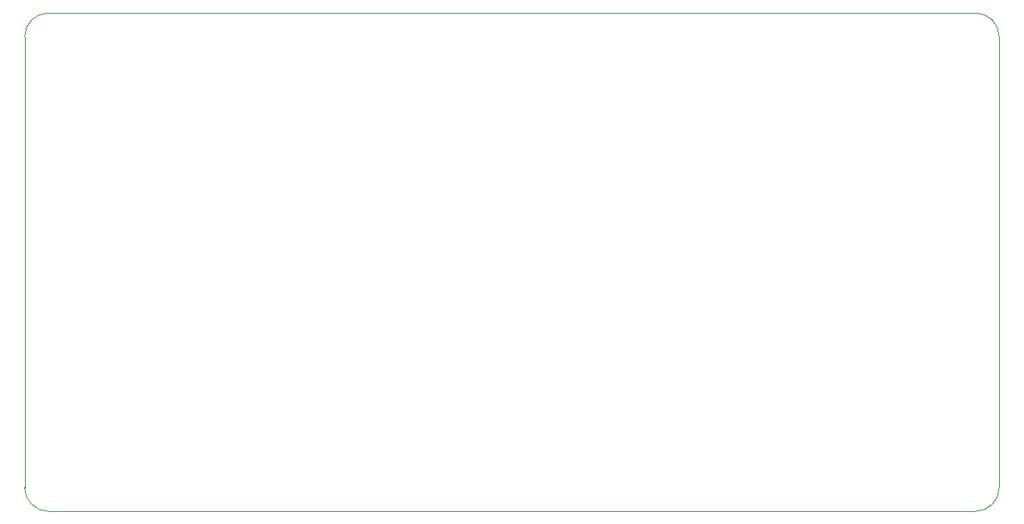
<source format=gbr>
%TF.GenerationSoftware,KiCad,Pcbnew,(6.0.2)*%
%TF.CreationDate,2022-09-20T17:08:32+02:00*%
%TF.ProjectId,led-board,6c65642d-626f-4617-9264-2e6b69636164,rev?*%
%TF.SameCoordinates,Original*%
%TF.FileFunction,Profile,NP*%
%FSLAX46Y46*%
G04 Gerber Fmt 4.6, Leading zero omitted, Abs format (unit mm)*
G04 Created by KiCad (PCBNEW (6.0.2)) date 2022-09-20 17:08:32*
%MOMM*%
%LPD*%
G01*
G04 APERTURE LIST*
%TA.AperFunction,Profile*%
%ADD10C,0.050000*%
%TD*%
G04 APERTURE END LIST*
D10*
X22500000Y-72500000D02*
X22500000Y-25000000D01*
X122500000Y-75000000D02*
G75*
G03*
X125000000Y-72500000I0J2500000D01*
G01*
X122500000Y-75000000D02*
X25000000Y-75000000D01*
X125000000Y-25000000D02*
X125000000Y-72500000D01*
X25000000Y-22500000D02*
X122500000Y-22500000D01*
X25000000Y-22500000D02*
G75*
G03*
X22500000Y-25000000I0J-2500000D01*
G01*
X22500000Y-72500000D02*
G75*
G03*
X25000000Y-75000000I2500000J0D01*
G01*
X125000000Y-25000000D02*
G75*
G03*
X122500000Y-22500000I-2500000J0D01*
G01*
M02*

</source>
